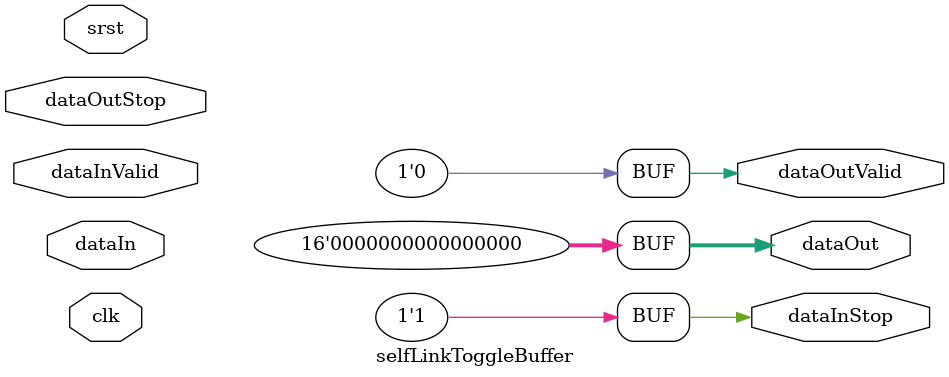
<source format=v>


`timescale 1ns/1ps

module selfLinkToggleBuffer
  (dataInValid, dataIn, dataInStop, dataOutValid, dataOut, dataOutStop, clk, srst);

// Specifes the width of the dataIn and dataOut ports.
parameter DataWidth = 16;

// Specifies the clock and active high synchronous reset signals.
// verilator lint_off UNUSED
input clk;
input srst;

// Specifies the 'upstream' data input ports.
input  [DataWidth-1:0] dataIn;
input                  dataInValid;
output                 dataInStop;

// Specifies the 'downstream' data output ports.
output [DataWidth-1:0] dataOut;
output                 dataOutValid;
input                  dataOutStop;
// verilator lint_on UNUSED

assign dataInStop = 1'b1;
assign dataOut = 0;
assign dataOutValid = 1'b0;

endmodule

</source>
